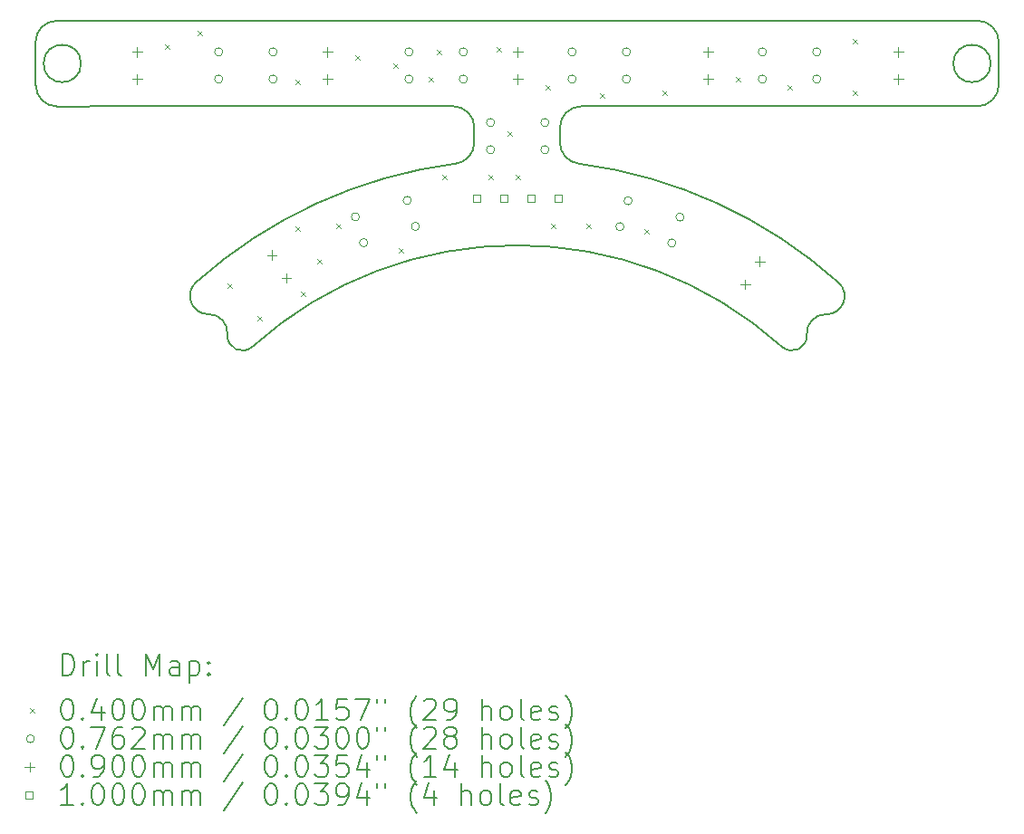
<source format=gbr>
%FSLAX45Y45*%
G04 Gerber Fmt 4.5, Leading zero omitted, Abs format (unit mm)*
G04 Created by KiCad (PCBNEW (6.0.5)) date 2022-10-18 17:21:19*
%MOMM*%
%LPD*%
G01*
G04 APERTURE LIST*
%TA.AperFunction,Profile*%
%ADD10C,0.200000*%
%TD*%
%TA.AperFunction,Profile*%
%ADD11C,0.100050*%
%TD*%
%ADD12C,0.200000*%
%ADD13C,0.040000*%
%ADD14C,0.076200*%
%ADD15C,0.090000*%
%ADD16C,0.100000*%
G04 APERTURE END LIST*
D10*
X12527491Y-12012991D02*
G75*
G03*
X12760610Y-12128778I139509J-11689D01*
G01*
X14660208Y-10416771D02*
G75*
G03*
X14834677Y-10218414I-25528J198361D01*
G01*
X19534677Y-9079958D02*
X10935417Y-9079958D01*
X11159677Y-9479958D02*
G75*
G03*
X11159677Y-9479958I-175000J0D01*
G01*
X12233670Y-11526751D02*
G75*
G03*
X12350027Y-11823405I113370J-126679D01*
G01*
X15634677Y-10218414D02*
X15634677Y-10179958D01*
X11534677Y-9879959D02*
X14634677Y-9879959D01*
X19534677Y-9879957D02*
G75*
G03*
X19734677Y-9679958I3J199997D01*
G01*
X12527491Y-12012990D02*
G75*
G03*
X12350027Y-11823405I-174391J14611D01*
G01*
X15834677Y-9879959D02*
X18910890Y-9879958D01*
X10736898Y-9682902D02*
G75*
G03*
X10937639Y-9882162I200002J742D01*
G01*
X14660209Y-10416776D02*
G75*
G03*
X12233673Y-11526755I574471J-4463184D01*
G01*
D11*
X15239680Y-14879958D02*
G75*
G03*
X15239680Y-14879958I-5003J0D01*
G01*
D10*
X18910890Y-9879958D02*
X19534677Y-9879958D01*
X19734682Y-9279958D02*
G75*
G03*
X19534677Y-9079958I-200002J-2D01*
G01*
X17708370Y-12128437D02*
G75*
G03*
X17941555Y-12013592I93600J104107D01*
G01*
X14834677Y-10079959D02*
X14834677Y-10218414D01*
X19659677Y-9479958D02*
G75*
G03*
X19659677Y-9479958I-175000J0D01*
G01*
X17708368Y-12128440D02*
G75*
G03*
X12760610Y-12128778I-2473691J-2751518D01*
G01*
X10935417Y-9079957D02*
G75*
G03*
X10735418Y-9280697I3J-200003D01*
G01*
X18120263Y-11825223D02*
G75*
G03*
X18237818Y-11528669I4097J169953D01*
G01*
X15634677Y-10179958D02*
X15634677Y-10079959D01*
X14834681Y-10079959D02*
G75*
G03*
X14634677Y-9879959I-200002J-2D01*
G01*
X18237820Y-11528667D02*
G75*
G03*
X15809145Y-10416777I-3003140J-3351293D01*
G01*
X15634676Y-10218414D02*
G75*
G03*
X15809145Y-10416777I200004J4D01*
G01*
X15834677Y-9879957D02*
G75*
G03*
X15634677Y-10079959I3J-200003D01*
G01*
X10735418Y-9280697D02*
X10736903Y-9682902D01*
X19734677Y-9679958D02*
X19734677Y-9279958D01*
X10937639Y-9882162D02*
X11534677Y-9879959D01*
X18120263Y-11825231D02*
G75*
G03*
X17941555Y-12013592I-4233J-174939D01*
G01*
D12*
D13*
X11943400Y-9301800D02*
X11983400Y-9341800D01*
X11983400Y-9301800D02*
X11943400Y-9341800D01*
X12248200Y-9174800D02*
X12288200Y-9214800D01*
X12288200Y-9174800D02*
X12248200Y-9214800D01*
X12527600Y-11537000D02*
X12567600Y-11577000D01*
X12567600Y-11537000D02*
X12527600Y-11577000D01*
X12807000Y-11841800D02*
X12847000Y-11881800D01*
X12847000Y-11841800D02*
X12807000Y-11881800D01*
X13162600Y-9632000D02*
X13202600Y-9672000D01*
X13202600Y-9632000D02*
X13162600Y-9672000D01*
X13162600Y-11003600D02*
X13202600Y-11043600D01*
X13202600Y-11003600D02*
X13162600Y-11043600D01*
X13213400Y-11613200D02*
X13253400Y-11653200D01*
X13253400Y-11613200D02*
X13213400Y-11653200D01*
X13365800Y-11308400D02*
X13405800Y-11348400D01*
X13405800Y-11308400D02*
X13365800Y-11348400D01*
X13543600Y-10978200D02*
X13583600Y-11018200D01*
X13583600Y-10978200D02*
X13543600Y-11018200D01*
X13721400Y-9403400D02*
X13761400Y-9443400D01*
X13761400Y-9403400D02*
X13721400Y-9443400D01*
X14077000Y-9479600D02*
X14117000Y-9519600D01*
X14117000Y-9479600D02*
X14077000Y-9519600D01*
X14127800Y-11206800D02*
X14167800Y-11246800D01*
X14167800Y-11206800D02*
X14127800Y-11246800D01*
X14407200Y-9606600D02*
X14447200Y-9646600D01*
X14447200Y-9606600D02*
X14407200Y-9646600D01*
X14483400Y-9352600D02*
X14523400Y-9392600D01*
X14523400Y-9352600D02*
X14483400Y-9392600D01*
X14534200Y-10521000D02*
X14574200Y-10561000D01*
X14574200Y-10521000D02*
X14534200Y-10561000D01*
X14966000Y-10521000D02*
X15006000Y-10561000D01*
X15006000Y-10521000D02*
X14966000Y-10561000D01*
X15042200Y-9327200D02*
X15082200Y-9367200D01*
X15082200Y-9327200D02*
X15042200Y-9367200D01*
X15143800Y-10114600D02*
X15183800Y-10154600D01*
X15183800Y-10114600D02*
X15143800Y-10154600D01*
X15220000Y-10521000D02*
X15260000Y-10561000D01*
X15260000Y-10521000D02*
X15220000Y-10561000D01*
X15499400Y-9682800D02*
X15539400Y-9722800D01*
X15539400Y-9682800D02*
X15499400Y-9722800D01*
X15550200Y-10978200D02*
X15590200Y-11018200D01*
X15590200Y-10978200D02*
X15550200Y-11018200D01*
X15880400Y-10978200D02*
X15920400Y-11018200D01*
X15920400Y-10978200D02*
X15880400Y-11018200D01*
X16007400Y-9759000D02*
X16047400Y-9799000D01*
X16047400Y-9759000D02*
X16007400Y-9799000D01*
X16426500Y-11029000D02*
X16466500Y-11069000D01*
X16466500Y-11029000D02*
X16426500Y-11069000D01*
X16591600Y-9733600D02*
X16631600Y-9773600D01*
X16631600Y-9733600D02*
X16591600Y-9773600D01*
X17277400Y-9606600D02*
X17317400Y-9646600D01*
X17317400Y-9606600D02*
X17277400Y-9646600D01*
X17760000Y-9682800D02*
X17800000Y-9722800D01*
X17800000Y-9682800D02*
X17760000Y-9722800D01*
X18369600Y-9251000D02*
X18409600Y-9291000D01*
X18409600Y-9251000D02*
X18369600Y-9291000D01*
X18369600Y-9733600D02*
X18409600Y-9773600D01*
X18409600Y-9733600D02*
X18369600Y-9773600D01*
D14*
X12484100Y-9372400D02*
G75*
G03*
X12484100Y-9372400I-38100J0D01*
G01*
X12484100Y-9626400D02*
G75*
G03*
X12484100Y-9626400I-38100J0D01*
G01*
X12992100Y-9372400D02*
G75*
G03*
X12992100Y-9372400I-38100J0D01*
G01*
X12992100Y-9626400D02*
G75*
G03*
X12992100Y-9626400I-38100J0D01*
G01*
X13761351Y-10913306D02*
G75*
G03*
X13761351Y-10913306I-38100J0D01*
G01*
X13837730Y-11155550D02*
G75*
G03*
X13837730Y-11155550I-38100J0D01*
G01*
X14245839Y-10760547D02*
G75*
G03*
X14245839Y-10760547I-38100J0D01*
G01*
X14262100Y-9372400D02*
G75*
G03*
X14262100Y-9372400I-38100J0D01*
G01*
X14262100Y-9626400D02*
G75*
G03*
X14262100Y-9626400I-38100J0D01*
G01*
X14322219Y-11002791D02*
G75*
G03*
X14322219Y-11002791I-38100J0D01*
G01*
X14770100Y-9372400D02*
G75*
G03*
X14770100Y-9372400I-38100J0D01*
G01*
X14770100Y-9626400D02*
G75*
G03*
X14770100Y-9626400I-38100J0D01*
G01*
X15024100Y-10032800D02*
G75*
G03*
X15024100Y-10032800I-38100J0D01*
G01*
X15024100Y-10286800D02*
G75*
G03*
X15024100Y-10286800I-38100J0D01*
G01*
X15532100Y-10032800D02*
G75*
G03*
X15532100Y-10032800I-38100J0D01*
G01*
X15532100Y-10286800D02*
G75*
G03*
X15532100Y-10286800I-38100J0D01*
G01*
X15786100Y-9372400D02*
G75*
G03*
X15786100Y-9372400I-38100J0D01*
G01*
X15786100Y-9626400D02*
G75*
G03*
X15786100Y-9626400I-38100J0D01*
G01*
X16233489Y-11005993D02*
G75*
G03*
X16233489Y-11005993I-38100J0D01*
G01*
X16294100Y-9372400D02*
G75*
G03*
X16294100Y-9372400I-38100J0D01*
G01*
X16294100Y-9626400D02*
G75*
G03*
X16294100Y-9626400I-38100J0D01*
G01*
X16309868Y-10763748D02*
G75*
G03*
X16309868Y-10763748I-38100J0D01*
G01*
X16717977Y-11158751D02*
G75*
G03*
X16717977Y-11158751I-38100J0D01*
G01*
X16794356Y-10916507D02*
G75*
G03*
X16794356Y-10916507I-38100J0D01*
G01*
X17564100Y-9372400D02*
G75*
G03*
X17564100Y-9372400I-38100J0D01*
G01*
X17564100Y-9626400D02*
G75*
G03*
X17564100Y-9626400I-38100J0D01*
G01*
X18072100Y-9372400D02*
G75*
G03*
X18072100Y-9372400I-38100J0D01*
G01*
X18072100Y-9626400D02*
G75*
G03*
X18072100Y-9626400I-38100J0D01*
G01*
D15*
X11684000Y-9328100D02*
X11684000Y-9418100D01*
X11639000Y-9373100D02*
X11729000Y-9373100D01*
X11684000Y-9582100D02*
X11684000Y-9672100D01*
X11639000Y-9627100D02*
X11729000Y-9627100D01*
X12942233Y-11226635D02*
X12942233Y-11316635D01*
X12897233Y-11271635D02*
X12987233Y-11271635D01*
X13078707Y-11440857D02*
X13078707Y-11530857D01*
X13033707Y-11485857D02*
X13123707Y-11485857D01*
X13462000Y-9327600D02*
X13462000Y-9417600D01*
X13417000Y-9372600D02*
X13507000Y-9372600D01*
X13462000Y-9581600D02*
X13462000Y-9671600D01*
X13417000Y-9626600D02*
X13507000Y-9626600D01*
X15240000Y-9328100D02*
X15240000Y-9418100D01*
X15195000Y-9373100D02*
X15285000Y-9373100D01*
X15240000Y-9582100D02*
X15240000Y-9672100D01*
X15195000Y-9627100D02*
X15285000Y-9627100D01*
X17018000Y-9328100D02*
X17018000Y-9418100D01*
X16973000Y-9373100D02*
X17063000Y-9373100D01*
X17018000Y-9582100D02*
X17018000Y-9672100D01*
X16973000Y-9627100D02*
X17063000Y-9627100D01*
X17365507Y-11500132D02*
X17365507Y-11590132D01*
X17320507Y-11545132D02*
X17410507Y-11545132D01*
X17501981Y-11285910D02*
X17501981Y-11375910D01*
X17456981Y-11330910D02*
X17546981Y-11330910D01*
X18796000Y-9328100D02*
X18796000Y-9418100D01*
X18751000Y-9373100D02*
X18841000Y-9373100D01*
X18796000Y-9582100D02*
X18796000Y-9672100D01*
X18751000Y-9627100D02*
X18841000Y-9627100D01*
D16*
X14894356Y-10773856D02*
X14894356Y-10703144D01*
X14823644Y-10703144D01*
X14823644Y-10773856D01*
X14894356Y-10773856D01*
X15148356Y-10773856D02*
X15148356Y-10703144D01*
X15077644Y-10703144D01*
X15077644Y-10773856D01*
X15148356Y-10773856D01*
X15402356Y-10773856D02*
X15402356Y-10703144D01*
X15331644Y-10703144D01*
X15331644Y-10773856D01*
X15402356Y-10773856D01*
X15656356Y-10773856D02*
X15656356Y-10703144D01*
X15585644Y-10703144D01*
X15585644Y-10773856D01*
X15656356Y-10773856D01*
D12*
X10983036Y-15200440D02*
X10983036Y-15000440D01*
X11030655Y-15000440D01*
X11059226Y-15009963D01*
X11078274Y-15029011D01*
X11087798Y-15048059D01*
X11097321Y-15086154D01*
X11097321Y-15114725D01*
X11087798Y-15152821D01*
X11078274Y-15171868D01*
X11059226Y-15190916D01*
X11030655Y-15200440D01*
X10983036Y-15200440D01*
X11183036Y-15200440D02*
X11183036Y-15067106D01*
X11183036Y-15105201D02*
X11192559Y-15086154D01*
X11202083Y-15076630D01*
X11221131Y-15067106D01*
X11240178Y-15067106D01*
X11306845Y-15200440D02*
X11306845Y-15067106D01*
X11306845Y-15000440D02*
X11297321Y-15009963D01*
X11306845Y-15019487D01*
X11316369Y-15009963D01*
X11306845Y-15000440D01*
X11306845Y-15019487D01*
X11430655Y-15200440D02*
X11411607Y-15190916D01*
X11402083Y-15171868D01*
X11402083Y-15000440D01*
X11535417Y-15200440D02*
X11516369Y-15190916D01*
X11506845Y-15171868D01*
X11506845Y-15000440D01*
X11763988Y-15200440D02*
X11763988Y-15000440D01*
X11830655Y-15143297D01*
X11897321Y-15000440D01*
X11897321Y-15200440D01*
X12078274Y-15200440D02*
X12078274Y-15095678D01*
X12068750Y-15076630D01*
X12049702Y-15067106D01*
X12011607Y-15067106D01*
X11992559Y-15076630D01*
X12078274Y-15190916D02*
X12059226Y-15200440D01*
X12011607Y-15200440D01*
X11992559Y-15190916D01*
X11983036Y-15171868D01*
X11983036Y-15152821D01*
X11992559Y-15133773D01*
X12011607Y-15124249D01*
X12059226Y-15124249D01*
X12078274Y-15114725D01*
X12173512Y-15067106D02*
X12173512Y-15267106D01*
X12173512Y-15076630D02*
X12192559Y-15067106D01*
X12230655Y-15067106D01*
X12249702Y-15076630D01*
X12259226Y-15086154D01*
X12268750Y-15105201D01*
X12268750Y-15162344D01*
X12259226Y-15181392D01*
X12249702Y-15190916D01*
X12230655Y-15200440D01*
X12192559Y-15200440D01*
X12173512Y-15190916D01*
X12354464Y-15181392D02*
X12363988Y-15190916D01*
X12354464Y-15200440D01*
X12344940Y-15190916D01*
X12354464Y-15181392D01*
X12354464Y-15200440D01*
X12354464Y-15076630D02*
X12363988Y-15086154D01*
X12354464Y-15095678D01*
X12344940Y-15086154D01*
X12354464Y-15076630D01*
X12354464Y-15095678D01*
D13*
X10685417Y-15509963D02*
X10725417Y-15549963D01*
X10725417Y-15509963D02*
X10685417Y-15549963D01*
D12*
X11021131Y-15420440D02*
X11040179Y-15420440D01*
X11059226Y-15429963D01*
X11068750Y-15439487D01*
X11078274Y-15458535D01*
X11087798Y-15496630D01*
X11087798Y-15544249D01*
X11078274Y-15582344D01*
X11068750Y-15601392D01*
X11059226Y-15610916D01*
X11040179Y-15620440D01*
X11021131Y-15620440D01*
X11002083Y-15610916D01*
X10992559Y-15601392D01*
X10983036Y-15582344D01*
X10973512Y-15544249D01*
X10973512Y-15496630D01*
X10983036Y-15458535D01*
X10992559Y-15439487D01*
X11002083Y-15429963D01*
X11021131Y-15420440D01*
X11173512Y-15601392D02*
X11183036Y-15610916D01*
X11173512Y-15620440D01*
X11163988Y-15610916D01*
X11173512Y-15601392D01*
X11173512Y-15620440D01*
X11354464Y-15487106D02*
X11354464Y-15620440D01*
X11306845Y-15410916D02*
X11259226Y-15553773D01*
X11383036Y-15553773D01*
X11497321Y-15420440D02*
X11516369Y-15420440D01*
X11535417Y-15429963D01*
X11544940Y-15439487D01*
X11554464Y-15458535D01*
X11563988Y-15496630D01*
X11563988Y-15544249D01*
X11554464Y-15582344D01*
X11544940Y-15601392D01*
X11535417Y-15610916D01*
X11516369Y-15620440D01*
X11497321Y-15620440D01*
X11478274Y-15610916D01*
X11468750Y-15601392D01*
X11459226Y-15582344D01*
X11449702Y-15544249D01*
X11449702Y-15496630D01*
X11459226Y-15458535D01*
X11468750Y-15439487D01*
X11478274Y-15429963D01*
X11497321Y-15420440D01*
X11687797Y-15420440D02*
X11706845Y-15420440D01*
X11725893Y-15429963D01*
X11735417Y-15439487D01*
X11744940Y-15458535D01*
X11754464Y-15496630D01*
X11754464Y-15544249D01*
X11744940Y-15582344D01*
X11735417Y-15601392D01*
X11725893Y-15610916D01*
X11706845Y-15620440D01*
X11687797Y-15620440D01*
X11668750Y-15610916D01*
X11659226Y-15601392D01*
X11649702Y-15582344D01*
X11640178Y-15544249D01*
X11640178Y-15496630D01*
X11649702Y-15458535D01*
X11659226Y-15439487D01*
X11668750Y-15429963D01*
X11687797Y-15420440D01*
X11840178Y-15620440D02*
X11840178Y-15487106D01*
X11840178Y-15506154D02*
X11849702Y-15496630D01*
X11868750Y-15487106D01*
X11897321Y-15487106D01*
X11916369Y-15496630D01*
X11925893Y-15515678D01*
X11925893Y-15620440D01*
X11925893Y-15515678D02*
X11935417Y-15496630D01*
X11954464Y-15487106D01*
X11983036Y-15487106D01*
X12002083Y-15496630D01*
X12011607Y-15515678D01*
X12011607Y-15620440D01*
X12106845Y-15620440D02*
X12106845Y-15487106D01*
X12106845Y-15506154D02*
X12116369Y-15496630D01*
X12135417Y-15487106D01*
X12163988Y-15487106D01*
X12183036Y-15496630D01*
X12192559Y-15515678D01*
X12192559Y-15620440D01*
X12192559Y-15515678D02*
X12202083Y-15496630D01*
X12221131Y-15487106D01*
X12249702Y-15487106D01*
X12268750Y-15496630D01*
X12278274Y-15515678D01*
X12278274Y-15620440D01*
X12668750Y-15410916D02*
X12497321Y-15668059D01*
X12925893Y-15420440D02*
X12944940Y-15420440D01*
X12963988Y-15429963D01*
X12973512Y-15439487D01*
X12983036Y-15458535D01*
X12992559Y-15496630D01*
X12992559Y-15544249D01*
X12983036Y-15582344D01*
X12973512Y-15601392D01*
X12963988Y-15610916D01*
X12944940Y-15620440D01*
X12925893Y-15620440D01*
X12906845Y-15610916D01*
X12897321Y-15601392D01*
X12887797Y-15582344D01*
X12878274Y-15544249D01*
X12878274Y-15496630D01*
X12887797Y-15458535D01*
X12897321Y-15439487D01*
X12906845Y-15429963D01*
X12925893Y-15420440D01*
X13078274Y-15601392D02*
X13087797Y-15610916D01*
X13078274Y-15620440D01*
X13068750Y-15610916D01*
X13078274Y-15601392D01*
X13078274Y-15620440D01*
X13211607Y-15420440D02*
X13230655Y-15420440D01*
X13249702Y-15429963D01*
X13259226Y-15439487D01*
X13268750Y-15458535D01*
X13278274Y-15496630D01*
X13278274Y-15544249D01*
X13268750Y-15582344D01*
X13259226Y-15601392D01*
X13249702Y-15610916D01*
X13230655Y-15620440D01*
X13211607Y-15620440D01*
X13192559Y-15610916D01*
X13183036Y-15601392D01*
X13173512Y-15582344D01*
X13163988Y-15544249D01*
X13163988Y-15496630D01*
X13173512Y-15458535D01*
X13183036Y-15439487D01*
X13192559Y-15429963D01*
X13211607Y-15420440D01*
X13468750Y-15620440D02*
X13354464Y-15620440D01*
X13411607Y-15620440D02*
X13411607Y-15420440D01*
X13392559Y-15449011D01*
X13373512Y-15468059D01*
X13354464Y-15477582D01*
X13649702Y-15420440D02*
X13554464Y-15420440D01*
X13544940Y-15515678D01*
X13554464Y-15506154D01*
X13573512Y-15496630D01*
X13621131Y-15496630D01*
X13640178Y-15506154D01*
X13649702Y-15515678D01*
X13659226Y-15534725D01*
X13659226Y-15582344D01*
X13649702Y-15601392D01*
X13640178Y-15610916D01*
X13621131Y-15620440D01*
X13573512Y-15620440D01*
X13554464Y-15610916D01*
X13544940Y-15601392D01*
X13725893Y-15420440D02*
X13859226Y-15420440D01*
X13773512Y-15620440D01*
X13925893Y-15420440D02*
X13925893Y-15458535D01*
X14002083Y-15420440D02*
X14002083Y-15458535D01*
X14297321Y-15696630D02*
X14287797Y-15687106D01*
X14268750Y-15658535D01*
X14259226Y-15639487D01*
X14249702Y-15610916D01*
X14240178Y-15563297D01*
X14240178Y-15525201D01*
X14249702Y-15477582D01*
X14259226Y-15449011D01*
X14268750Y-15429963D01*
X14287797Y-15401392D01*
X14297321Y-15391868D01*
X14363988Y-15439487D02*
X14373512Y-15429963D01*
X14392559Y-15420440D01*
X14440178Y-15420440D01*
X14459226Y-15429963D01*
X14468750Y-15439487D01*
X14478274Y-15458535D01*
X14478274Y-15477582D01*
X14468750Y-15506154D01*
X14354464Y-15620440D01*
X14478274Y-15620440D01*
X14573512Y-15620440D02*
X14611607Y-15620440D01*
X14630655Y-15610916D01*
X14640178Y-15601392D01*
X14659226Y-15572821D01*
X14668750Y-15534725D01*
X14668750Y-15458535D01*
X14659226Y-15439487D01*
X14649702Y-15429963D01*
X14630655Y-15420440D01*
X14592559Y-15420440D01*
X14573512Y-15429963D01*
X14563988Y-15439487D01*
X14554464Y-15458535D01*
X14554464Y-15506154D01*
X14563988Y-15525201D01*
X14573512Y-15534725D01*
X14592559Y-15544249D01*
X14630655Y-15544249D01*
X14649702Y-15534725D01*
X14659226Y-15525201D01*
X14668750Y-15506154D01*
X14906845Y-15620440D02*
X14906845Y-15420440D01*
X14992559Y-15620440D02*
X14992559Y-15515678D01*
X14983036Y-15496630D01*
X14963988Y-15487106D01*
X14935416Y-15487106D01*
X14916369Y-15496630D01*
X14906845Y-15506154D01*
X15116369Y-15620440D02*
X15097321Y-15610916D01*
X15087797Y-15601392D01*
X15078274Y-15582344D01*
X15078274Y-15525201D01*
X15087797Y-15506154D01*
X15097321Y-15496630D01*
X15116369Y-15487106D01*
X15144940Y-15487106D01*
X15163988Y-15496630D01*
X15173512Y-15506154D01*
X15183036Y-15525201D01*
X15183036Y-15582344D01*
X15173512Y-15601392D01*
X15163988Y-15610916D01*
X15144940Y-15620440D01*
X15116369Y-15620440D01*
X15297321Y-15620440D02*
X15278274Y-15610916D01*
X15268750Y-15591868D01*
X15268750Y-15420440D01*
X15449702Y-15610916D02*
X15430655Y-15620440D01*
X15392559Y-15620440D01*
X15373512Y-15610916D01*
X15363988Y-15591868D01*
X15363988Y-15515678D01*
X15373512Y-15496630D01*
X15392559Y-15487106D01*
X15430655Y-15487106D01*
X15449702Y-15496630D01*
X15459226Y-15515678D01*
X15459226Y-15534725D01*
X15363988Y-15553773D01*
X15535416Y-15610916D02*
X15554464Y-15620440D01*
X15592559Y-15620440D01*
X15611607Y-15610916D01*
X15621131Y-15591868D01*
X15621131Y-15582344D01*
X15611607Y-15563297D01*
X15592559Y-15553773D01*
X15563988Y-15553773D01*
X15544940Y-15544249D01*
X15535416Y-15525201D01*
X15535416Y-15515678D01*
X15544940Y-15496630D01*
X15563988Y-15487106D01*
X15592559Y-15487106D01*
X15611607Y-15496630D01*
X15687797Y-15696630D02*
X15697321Y-15687106D01*
X15716369Y-15658535D01*
X15725893Y-15639487D01*
X15735416Y-15610916D01*
X15744940Y-15563297D01*
X15744940Y-15525201D01*
X15735416Y-15477582D01*
X15725893Y-15449011D01*
X15716369Y-15429963D01*
X15697321Y-15401392D01*
X15687797Y-15391868D01*
D14*
X10725417Y-15793963D02*
G75*
G03*
X10725417Y-15793963I-38100J0D01*
G01*
D12*
X11021131Y-15684440D02*
X11040179Y-15684440D01*
X11059226Y-15693963D01*
X11068750Y-15703487D01*
X11078274Y-15722535D01*
X11087798Y-15760630D01*
X11087798Y-15808249D01*
X11078274Y-15846344D01*
X11068750Y-15865392D01*
X11059226Y-15874916D01*
X11040179Y-15884440D01*
X11021131Y-15884440D01*
X11002083Y-15874916D01*
X10992559Y-15865392D01*
X10983036Y-15846344D01*
X10973512Y-15808249D01*
X10973512Y-15760630D01*
X10983036Y-15722535D01*
X10992559Y-15703487D01*
X11002083Y-15693963D01*
X11021131Y-15684440D01*
X11173512Y-15865392D02*
X11183036Y-15874916D01*
X11173512Y-15884440D01*
X11163988Y-15874916D01*
X11173512Y-15865392D01*
X11173512Y-15884440D01*
X11249702Y-15684440D02*
X11383036Y-15684440D01*
X11297321Y-15884440D01*
X11544940Y-15684440D02*
X11506845Y-15684440D01*
X11487797Y-15693963D01*
X11478274Y-15703487D01*
X11459226Y-15732059D01*
X11449702Y-15770154D01*
X11449702Y-15846344D01*
X11459226Y-15865392D01*
X11468750Y-15874916D01*
X11487797Y-15884440D01*
X11525893Y-15884440D01*
X11544940Y-15874916D01*
X11554464Y-15865392D01*
X11563988Y-15846344D01*
X11563988Y-15798725D01*
X11554464Y-15779678D01*
X11544940Y-15770154D01*
X11525893Y-15760630D01*
X11487797Y-15760630D01*
X11468750Y-15770154D01*
X11459226Y-15779678D01*
X11449702Y-15798725D01*
X11640178Y-15703487D02*
X11649702Y-15693963D01*
X11668750Y-15684440D01*
X11716369Y-15684440D01*
X11735417Y-15693963D01*
X11744940Y-15703487D01*
X11754464Y-15722535D01*
X11754464Y-15741582D01*
X11744940Y-15770154D01*
X11630655Y-15884440D01*
X11754464Y-15884440D01*
X11840178Y-15884440D02*
X11840178Y-15751106D01*
X11840178Y-15770154D02*
X11849702Y-15760630D01*
X11868750Y-15751106D01*
X11897321Y-15751106D01*
X11916369Y-15760630D01*
X11925893Y-15779678D01*
X11925893Y-15884440D01*
X11925893Y-15779678D02*
X11935417Y-15760630D01*
X11954464Y-15751106D01*
X11983036Y-15751106D01*
X12002083Y-15760630D01*
X12011607Y-15779678D01*
X12011607Y-15884440D01*
X12106845Y-15884440D02*
X12106845Y-15751106D01*
X12106845Y-15770154D02*
X12116369Y-15760630D01*
X12135417Y-15751106D01*
X12163988Y-15751106D01*
X12183036Y-15760630D01*
X12192559Y-15779678D01*
X12192559Y-15884440D01*
X12192559Y-15779678D02*
X12202083Y-15760630D01*
X12221131Y-15751106D01*
X12249702Y-15751106D01*
X12268750Y-15760630D01*
X12278274Y-15779678D01*
X12278274Y-15884440D01*
X12668750Y-15674916D02*
X12497321Y-15932059D01*
X12925893Y-15684440D02*
X12944940Y-15684440D01*
X12963988Y-15693963D01*
X12973512Y-15703487D01*
X12983036Y-15722535D01*
X12992559Y-15760630D01*
X12992559Y-15808249D01*
X12983036Y-15846344D01*
X12973512Y-15865392D01*
X12963988Y-15874916D01*
X12944940Y-15884440D01*
X12925893Y-15884440D01*
X12906845Y-15874916D01*
X12897321Y-15865392D01*
X12887797Y-15846344D01*
X12878274Y-15808249D01*
X12878274Y-15760630D01*
X12887797Y-15722535D01*
X12897321Y-15703487D01*
X12906845Y-15693963D01*
X12925893Y-15684440D01*
X13078274Y-15865392D02*
X13087797Y-15874916D01*
X13078274Y-15884440D01*
X13068750Y-15874916D01*
X13078274Y-15865392D01*
X13078274Y-15884440D01*
X13211607Y-15684440D02*
X13230655Y-15684440D01*
X13249702Y-15693963D01*
X13259226Y-15703487D01*
X13268750Y-15722535D01*
X13278274Y-15760630D01*
X13278274Y-15808249D01*
X13268750Y-15846344D01*
X13259226Y-15865392D01*
X13249702Y-15874916D01*
X13230655Y-15884440D01*
X13211607Y-15884440D01*
X13192559Y-15874916D01*
X13183036Y-15865392D01*
X13173512Y-15846344D01*
X13163988Y-15808249D01*
X13163988Y-15760630D01*
X13173512Y-15722535D01*
X13183036Y-15703487D01*
X13192559Y-15693963D01*
X13211607Y-15684440D01*
X13344940Y-15684440D02*
X13468750Y-15684440D01*
X13402083Y-15760630D01*
X13430655Y-15760630D01*
X13449702Y-15770154D01*
X13459226Y-15779678D01*
X13468750Y-15798725D01*
X13468750Y-15846344D01*
X13459226Y-15865392D01*
X13449702Y-15874916D01*
X13430655Y-15884440D01*
X13373512Y-15884440D01*
X13354464Y-15874916D01*
X13344940Y-15865392D01*
X13592559Y-15684440D02*
X13611607Y-15684440D01*
X13630655Y-15693963D01*
X13640178Y-15703487D01*
X13649702Y-15722535D01*
X13659226Y-15760630D01*
X13659226Y-15808249D01*
X13649702Y-15846344D01*
X13640178Y-15865392D01*
X13630655Y-15874916D01*
X13611607Y-15884440D01*
X13592559Y-15884440D01*
X13573512Y-15874916D01*
X13563988Y-15865392D01*
X13554464Y-15846344D01*
X13544940Y-15808249D01*
X13544940Y-15760630D01*
X13554464Y-15722535D01*
X13563988Y-15703487D01*
X13573512Y-15693963D01*
X13592559Y-15684440D01*
X13783036Y-15684440D02*
X13802083Y-15684440D01*
X13821131Y-15693963D01*
X13830655Y-15703487D01*
X13840178Y-15722535D01*
X13849702Y-15760630D01*
X13849702Y-15808249D01*
X13840178Y-15846344D01*
X13830655Y-15865392D01*
X13821131Y-15874916D01*
X13802083Y-15884440D01*
X13783036Y-15884440D01*
X13763988Y-15874916D01*
X13754464Y-15865392D01*
X13744940Y-15846344D01*
X13735417Y-15808249D01*
X13735417Y-15760630D01*
X13744940Y-15722535D01*
X13754464Y-15703487D01*
X13763988Y-15693963D01*
X13783036Y-15684440D01*
X13925893Y-15684440D02*
X13925893Y-15722535D01*
X14002083Y-15684440D02*
X14002083Y-15722535D01*
X14297321Y-15960630D02*
X14287797Y-15951106D01*
X14268750Y-15922535D01*
X14259226Y-15903487D01*
X14249702Y-15874916D01*
X14240178Y-15827297D01*
X14240178Y-15789201D01*
X14249702Y-15741582D01*
X14259226Y-15713011D01*
X14268750Y-15693963D01*
X14287797Y-15665392D01*
X14297321Y-15655868D01*
X14363988Y-15703487D02*
X14373512Y-15693963D01*
X14392559Y-15684440D01*
X14440178Y-15684440D01*
X14459226Y-15693963D01*
X14468750Y-15703487D01*
X14478274Y-15722535D01*
X14478274Y-15741582D01*
X14468750Y-15770154D01*
X14354464Y-15884440D01*
X14478274Y-15884440D01*
X14592559Y-15770154D02*
X14573512Y-15760630D01*
X14563988Y-15751106D01*
X14554464Y-15732059D01*
X14554464Y-15722535D01*
X14563988Y-15703487D01*
X14573512Y-15693963D01*
X14592559Y-15684440D01*
X14630655Y-15684440D01*
X14649702Y-15693963D01*
X14659226Y-15703487D01*
X14668750Y-15722535D01*
X14668750Y-15732059D01*
X14659226Y-15751106D01*
X14649702Y-15760630D01*
X14630655Y-15770154D01*
X14592559Y-15770154D01*
X14573512Y-15779678D01*
X14563988Y-15789201D01*
X14554464Y-15808249D01*
X14554464Y-15846344D01*
X14563988Y-15865392D01*
X14573512Y-15874916D01*
X14592559Y-15884440D01*
X14630655Y-15884440D01*
X14649702Y-15874916D01*
X14659226Y-15865392D01*
X14668750Y-15846344D01*
X14668750Y-15808249D01*
X14659226Y-15789201D01*
X14649702Y-15779678D01*
X14630655Y-15770154D01*
X14906845Y-15884440D02*
X14906845Y-15684440D01*
X14992559Y-15884440D02*
X14992559Y-15779678D01*
X14983036Y-15760630D01*
X14963988Y-15751106D01*
X14935416Y-15751106D01*
X14916369Y-15760630D01*
X14906845Y-15770154D01*
X15116369Y-15884440D02*
X15097321Y-15874916D01*
X15087797Y-15865392D01*
X15078274Y-15846344D01*
X15078274Y-15789201D01*
X15087797Y-15770154D01*
X15097321Y-15760630D01*
X15116369Y-15751106D01*
X15144940Y-15751106D01*
X15163988Y-15760630D01*
X15173512Y-15770154D01*
X15183036Y-15789201D01*
X15183036Y-15846344D01*
X15173512Y-15865392D01*
X15163988Y-15874916D01*
X15144940Y-15884440D01*
X15116369Y-15884440D01*
X15297321Y-15884440D02*
X15278274Y-15874916D01*
X15268750Y-15855868D01*
X15268750Y-15684440D01*
X15449702Y-15874916D02*
X15430655Y-15884440D01*
X15392559Y-15884440D01*
X15373512Y-15874916D01*
X15363988Y-15855868D01*
X15363988Y-15779678D01*
X15373512Y-15760630D01*
X15392559Y-15751106D01*
X15430655Y-15751106D01*
X15449702Y-15760630D01*
X15459226Y-15779678D01*
X15459226Y-15798725D01*
X15363988Y-15817773D01*
X15535416Y-15874916D02*
X15554464Y-15884440D01*
X15592559Y-15884440D01*
X15611607Y-15874916D01*
X15621131Y-15855868D01*
X15621131Y-15846344D01*
X15611607Y-15827297D01*
X15592559Y-15817773D01*
X15563988Y-15817773D01*
X15544940Y-15808249D01*
X15535416Y-15789201D01*
X15535416Y-15779678D01*
X15544940Y-15760630D01*
X15563988Y-15751106D01*
X15592559Y-15751106D01*
X15611607Y-15760630D01*
X15687797Y-15960630D02*
X15697321Y-15951106D01*
X15716369Y-15922535D01*
X15725893Y-15903487D01*
X15735416Y-15874916D01*
X15744940Y-15827297D01*
X15744940Y-15789201D01*
X15735416Y-15741582D01*
X15725893Y-15713011D01*
X15716369Y-15693963D01*
X15697321Y-15665392D01*
X15687797Y-15655868D01*
D15*
X10680417Y-16012963D02*
X10680417Y-16102963D01*
X10635417Y-16057963D02*
X10725417Y-16057963D01*
D12*
X11021131Y-15948440D02*
X11040179Y-15948440D01*
X11059226Y-15957963D01*
X11068750Y-15967487D01*
X11078274Y-15986535D01*
X11087798Y-16024630D01*
X11087798Y-16072249D01*
X11078274Y-16110344D01*
X11068750Y-16129392D01*
X11059226Y-16138916D01*
X11040179Y-16148440D01*
X11021131Y-16148440D01*
X11002083Y-16138916D01*
X10992559Y-16129392D01*
X10983036Y-16110344D01*
X10973512Y-16072249D01*
X10973512Y-16024630D01*
X10983036Y-15986535D01*
X10992559Y-15967487D01*
X11002083Y-15957963D01*
X11021131Y-15948440D01*
X11173512Y-16129392D02*
X11183036Y-16138916D01*
X11173512Y-16148440D01*
X11163988Y-16138916D01*
X11173512Y-16129392D01*
X11173512Y-16148440D01*
X11278274Y-16148440D02*
X11316369Y-16148440D01*
X11335417Y-16138916D01*
X11344940Y-16129392D01*
X11363988Y-16100821D01*
X11373512Y-16062725D01*
X11373512Y-15986535D01*
X11363988Y-15967487D01*
X11354464Y-15957963D01*
X11335417Y-15948440D01*
X11297321Y-15948440D01*
X11278274Y-15957963D01*
X11268750Y-15967487D01*
X11259226Y-15986535D01*
X11259226Y-16034154D01*
X11268750Y-16053201D01*
X11278274Y-16062725D01*
X11297321Y-16072249D01*
X11335417Y-16072249D01*
X11354464Y-16062725D01*
X11363988Y-16053201D01*
X11373512Y-16034154D01*
X11497321Y-15948440D02*
X11516369Y-15948440D01*
X11535417Y-15957963D01*
X11544940Y-15967487D01*
X11554464Y-15986535D01*
X11563988Y-16024630D01*
X11563988Y-16072249D01*
X11554464Y-16110344D01*
X11544940Y-16129392D01*
X11535417Y-16138916D01*
X11516369Y-16148440D01*
X11497321Y-16148440D01*
X11478274Y-16138916D01*
X11468750Y-16129392D01*
X11459226Y-16110344D01*
X11449702Y-16072249D01*
X11449702Y-16024630D01*
X11459226Y-15986535D01*
X11468750Y-15967487D01*
X11478274Y-15957963D01*
X11497321Y-15948440D01*
X11687797Y-15948440D02*
X11706845Y-15948440D01*
X11725893Y-15957963D01*
X11735417Y-15967487D01*
X11744940Y-15986535D01*
X11754464Y-16024630D01*
X11754464Y-16072249D01*
X11744940Y-16110344D01*
X11735417Y-16129392D01*
X11725893Y-16138916D01*
X11706845Y-16148440D01*
X11687797Y-16148440D01*
X11668750Y-16138916D01*
X11659226Y-16129392D01*
X11649702Y-16110344D01*
X11640178Y-16072249D01*
X11640178Y-16024630D01*
X11649702Y-15986535D01*
X11659226Y-15967487D01*
X11668750Y-15957963D01*
X11687797Y-15948440D01*
X11840178Y-16148440D02*
X11840178Y-16015106D01*
X11840178Y-16034154D02*
X11849702Y-16024630D01*
X11868750Y-16015106D01*
X11897321Y-16015106D01*
X11916369Y-16024630D01*
X11925893Y-16043678D01*
X11925893Y-16148440D01*
X11925893Y-16043678D02*
X11935417Y-16024630D01*
X11954464Y-16015106D01*
X11983036Y-16015106D01*
X12002083Y-16024630D01*
X12011607Y-16043678D01*
X12011607Y-16148440D01*
X12106845Y-16148440D02*
X12106845Y-16015106D01*
X12106845Y-16034154D02*
X12116369Y-16024630D01*
X12135417Y-16015106D01*
X12163988Y-16015106D01*
X12183036Y-16024630D01*
X12192559Y-16043678D01*
X12192559Y-16148440D01*
X12192559Y-16043678D02*
X12202083Y-16024630D01*
X12221131Y-16015106D01*
X12249702Y-16015106D01*
X12268750Y-16024630D01*
X12278274Y-16043678D01*
X12278274Y-16148440D01*
X12668750Y-15938916D02*
X12497321Y-16196059D01*
X12925893Y-15948440D02*
X12944940Y-15948440D01*
X12963988Y-15957963D01*
X12973512Y-15967487D01*
X12983036Y-15986535D01*
X12992559Y-16024630D01*
X12992559Y-16072249D01*
X12983036Y-16110344D01*
X12973512Y-16129392D01*
X12963988Y-16138916D01*
X12944940Y-16148440D01*
X12925893Y-16148440D01*
X12906845Y-16138916D01*
X12897321Y-16129392D01*
X12887797Y-16110344D01*
X12878274Y-16072249D01*
X12878274Y-16024630D01*
X12887797Y-15986535D01*
X12897321Y-15967487D01*
X12906845Y-15957963D01*
X12925893Y-15948440D01*
X13078274Y-16129392D02*
X13087797Y-16138916D01*
X13078274Y-16148440D01*
X13068750Y-16138916D01*
X13078274Y-16129392D01*
X13078274Y-16148440D01*
X13211607Y-15948440D02*
X13230655Y-15948440D01*
X13249702Y-15957963D01*
X13259226Y-15967487D01*
X13268750Y-15986535D01*
X13278274Y-16024630D01*
X13278274Y-16072249D01*
X13268750Y-16110344D01*
X13259226Y-16129392D01*
X13249702Y-16138916D01*
X13230655Y-16148440D01*
X13211607Y-16148440D01*
X13192559Y-16138916D01*
X13183036Y-16129392D01*
X13173512Y-16110344D01*
X13163988Y-16072249D01*
X13163988Y-16024630D01*
X13173512Y-15986535D01*
X13183036Y-15967487D01*
X13192559Y-15957963D01*
X13211607Y-15948440D01*
X13344940Y-15948440D02*
X13468750Y-15948440D01*
X13402083Y-16024630D01*
X13430655Y-16024630D01*
X13449702Y-16034154D01*
X13459226Y-16043678D01*
X13468750Y-16062725D01*
X13468750Y-16110344D01*
X13459226Y-16129392D01*
X13449702Y-16138916D01*
X13430655Y-16148440D01*
X13373512Y-16148440D01*
X13354464Y-16138916D01*
X13344940Y-16129392D01*
X13649702Y-15948440D02*
X13554464Y-15948440D01*
X13544940Y-16043678D01*
X13554464Y-16034154D01*
X13573512Y-16024630D01*
X13621131Y-16024630D01*
X13640178Y-16034154D01*
X13649702Y-16043678D01*
X13659226Y-16062725D01*
X13659226Y-16110344D01*
X13649702Y-16129392D01*
X13640178Y-16138916D01*
X13621131Y-16148440D01*
X13573512Y-16148440D01*
X13554464Y-16138916D01*
X13544940Y-16129392D01*
X13830655Y-16015106D02*
X13830655Y-16148440D01*
X13783036Y-15938916D02*
X13735417Y-16081773D01*
X13859226Y-16081773D01*
X13925893Y-15948440D02*
X13925893Y-15986535D01*
X14002083Y-15948440D02*
X14002083Y-15986535D01*
X14297321Y-16224630D02*
X14287797Y-16215106D01*
X14268750Y-16186535D01*
X14259226Y-16167487D01*
X14249702Y-16138916D01*
X14240178Y-16091297D01*
X14240178Y-16053201D01*
X14249702Y-16005582D01*
X14259226Y-15977011D01*
X14268750Y-15957963D01*
X14287797Y-15929392D01*
X14297321Y-15919868D01*
X14478274Y-16148440D02*
X14363988Y-16148440D01*
X14421131Y-16148440D02*
X14421131Y-15948440D01*
X14402083Y-15977011D01*
X14383036Y-15996059D01*
X14363988Y-16005582D01*
X14649702Y-16015106D02*
X14649702Y-16148440D01*
X14602083Y-15938916D02*
X14554464Y-16081773D01*
X14678274Y-16081773D01*
X14906845Y-16148440D02*
X14906845Y-15948440D01*
X14992559Y-16148440D02*
X14992559Y-16043678D01*
X14983036Y-16024630D01*
X14963988Y-16015106D01*
X14935416Y-16015106D01*
X14916369Y-16024630D01*
X14906845Y-16034154D01*
X15116369Y-16148440D02*
X15097321Y-16138916D01*
X15087797Y-16129392D01*
X15078274Y-16110344D01*
X15078274Y-16053201D01*
X15087797Y-16034154D01*
X15097321Y-16024630D01*
X15116369Y-16015106D01*
X15144940Y-16015106D01*
X15163988Y-16024630D01*
X15173512Y-16034154D01*
X15183036Y-16053201D01*
X15183036Y-16110344D01*
X15173512Y-16129392D01*
X15163988Y-16138916D01*
X15144940Y-16148440D01*
X15116369Y-16148440D01*
X15297321Y-16148440D02*
X15278274Y-16138916D01*
X15268750Y-16119868D01*
X15268750Y-15948440D01*
X15449702Y-16138916D02*
X15430655Y-16148440D01*
X15392559Y-16148440D01*
X15373512Y-16138916D01*
X15363988Y-16119868D01*
X15363988Y-16043678D01*
X15373512Y-16024630D01*
X15392559Y-16015106D01*
X15430655Y-16015106D01*
X15449702Y-16024630D01*
X15459226Y-16043678D01*
X15459226Y-16062725D01*
X15363988Y-16081773D01*
X15535416Y-16138916D02*
X15554464Y-16148440D01*
X15592559Y-16148440D01*
X15611607Y-16138916D01*
X15621131Y-16119868D01*
X15621131Y-16110344D01*
X15611607Y-16091297D01*
X15592559Y-16081773D01*
X15563988Y-16081773D01*
X15544940Y-16072249D01*
X15535416Y-16053201D01*
X15535416Y-16043678D01*
X15544940Y-16024630D01*
X15563988Y-16015106D01*
X15592559Y-16015106D01*
X15611607Y-16024630D01*
X15687797Y-16224630D02*
X15697321Y-16215106D01*
X15716369Y-16186535D01*
X15725893Y-16167487D01*
X15735416Y-16138916D01*
X15744940Y-16091297D01*
X15744940Y-16053201D01*
X15735416Y-16005582D01*
X15725893Y-15977011D01*
X15716369Y-15957963D01*
X15697321Y-15929392D01*
X15687797Y-15919868D01*
D16*
X10710772Y-16357319D02*
X10710772Y-16286608D01*
X10640061Y-16286608D01*
X10640061Y-16357319D01*
X10710772Y-16357319D01*
D12*
X11087798Y-16412440D02*
X10973512Y-16412440D01*
X11030655Y-16412440D02*
X11030655Y-16212440D01*
X11011607Y-16241011D01*
X10992559Y-16260059D01*
X10973512Y-16269582D01*
X11173512Y-16393392D02*
X11183036Y-16402916D01*
X11173512Y-16412440D01*
X11163988Y-16402916D01*
X11173512Y-16393392D01*
X11173512Y-16412440D01*
X11306845Y-16212440D02*
X11325893Y-16212440D01*
X11344940Y-16221963D01*
X11354464Y-16231487D01*
X11363988Y-16250535D01*
X11373512Y-16288630D01*
X11373512Y-16336249D01*
X11363988Y-16374344D01*
X11354464Y-16393392D01*
X11344940Y-16402916D01*
X11325893Y-16412440D01*
X11306845Y-16412440D01*
X11287797Y-16402916D01*
X11278274Y-16393392D01*
X11268750Y-16374344D01*
X11259226Y-16336249D01*
X11259226Y-16288630D01*
X11268750Y-16250535D01*
X11278274Y-16231487D01*
X11287797Y-16221963D01*
X11306845Y-16212440D01*
X11497321Y-16212440D02*
X11516369Y-16212440D01*
X11535417Y-16221963D01*
X11544940Y-16231487D01*
X11554464Y-16250535D01*
X11563988Y-16288630D01*
X11563988Y-16336249D01*
X11554464Y-16374344D01*
X11544940Y-16393392D01*
X11535417Y-16402916D01*
X11516369Y-16412440D01*
X11497321Y-16412440D01*
X11478274Y-16402916D01*
X11468750Y-16393392D01*
X11459226Y-16374344D01*
X11449702Y-16336249D01*
X11449702Y-16288630D01*
X11459226Y-16250535D01*
X11468750Y-16231487D01*
X11478274Y-16221963D01*
X11497321Y-16212440D01*
X11687797Y-16212440D02*
X11706845Y-16212440D01*
X11725893Y-16221963D01*
X11735417Y-16231487D01*
X11744940Y-16250535D01*
X11754464Y-16288630D01*
X11754464Y-16336249D01*
X11744940Y-16374344D01*
X11735417Y-16393392D01*
X11725893Y-16402916D01*
X11706845Y-16412440D01*
X11687797Y-16412440D01*
X11668750Y-16402916D01*
X11659226Y-16393392D01*
X11649702Y-16374344D01*
X11640178Y-16336249D01*
X11640178Y-16288630D01*
X11649702Y-16250535D01*
X11659226Y-16231487D01*
X11668750Y-16221963D01*
X11687797Y-16212440D01*
X11840178Y-16412440D02*
X11840178Y-16279106D01*
X11840178Y-16298154D02*
X11849702Y-16288630D01*
X11868750Y-16279106D01*
X11897321Y-16279106D01*
X11916369Y-16288630D01*
X11925893Y-16307678D01*
X11925893Y-16412440D01*
X11925893Y-16307678D02*
X11935417Y-16288630D01*
X11954464Y-16279106D01*
X11983036Y-16279106D01*
X12002083Y-16288630D01*
X12011607Y-16307678D01*
X12011607Y-16412440D01*
X12106845Y-16412440D02*
X12106845Y-16279106D01*
X12106845Y-16298154D02*
X12116369Y-16288630D01*
X12135417Y-16279106D01*
X12163988Y-16279106D01*
X12183036Y-16288630D01*
X12192559Y-16307678D01*
X12192559Y-16412440D01*
X12192559Y-16307678D02*
X12202083Y-16288630D01*
X12221131Y-16279106D01*
X12249702Y-16279106D01*
X12268750Y-16288630D01*
X12278274Y-16307678D01*
X12278274Y-16412440D01*
X12668750Y-16202916D02*
X12497321Y-16460059D01*
X12925893Y-16212440D02*
X12944940Y-16212440D01*
X12963988Y-16221963D01*
X12973512Y-16231487D01*
X12983036Y-16250535D01*
X12992559Y-16288630D01*
X12992559Y-16336249D01*
X12983036Y-16374344D01*
X12973512Y-16393392D01*
X12963988Y-16402916D01*
X12944940Y-16412440D01*
X12925893Y-16412440D01*
X12906845Y-16402916D01*
X12897321Y-16393392D01*
X12887797Y-16374344D01*
X12878274Y-16336249D01*
X12878274Y-16288630D01*
X12887797Y-16250535D01*
X12897321Y-16231487D01*
X12906845Y-16221963D01*
X12925893Y-16212440D01*
X13078274Y-16393392D02*
X13087797Y-16402916D01*
X13078274Y-16412440D01*
X13068750Y-16402916D01*
X13078274Y-16393392D01*
X13078274Y-16412440D01*
X13211607Y-16212440D02*
X13230655Y-16212440D01*
X13249702Y-16221963D01*
X13259226Y-16231487D01*
X13268750Y-16250535D01*
X13278274Y-16288630D01*
X13278274Y-16336249D01*
X13268750Y-16374344D01*
X13259226Y-16393392D01*
X13249702Y-16402916D01*
X13230655Y-16412440D01*
X13211607Y-16412440D01*
X13192559Y-16402916D01*
X13183036Y-16393392D01*
X13173512Y-16374344D01*
X13163988Y-16336249D01*
X13163988Y-16288630D01*
X13173512Y-16250535D01*
X13183036Y-16231487D01*
X13192559Y-16221963D01*
X13211607Y-16212440D01*
X13344940Y-16212440D02*
X13468750Y-16212440D01*
X13402083Y-16288630D01*
X13430655Y-16288630D01*
X13449702Y-16298154D01*
X13459226Y-16307678D01*
X13468750Y-16326725D01*
X13468750Y-16374344D01*
X13459226Y-16393392D01*
X13449702Y-16402916D01*
X13430655Y-16412440D01*
X13373512Y-16412440D01*
X13354464Y-16402916D01*
X13344940Y-16393392D01*
X13563988Y-16412440D02*
X13602083Y-16412440D01*
X13621131Y-16402916D01*
X13630655Y-16393392D01*
X13649702Y-16364821D01*
X13659226Y-16326725D01*
X13659226Y-16250535D01*
X13649702Y-16231487D01*
X13640178Y-16221963D01*
X13621131Y-16212440D01*
X13583036Y-16212440D01*
X13563988Y-16221963D01*
X13554464Y-16231487D01*
X13544940Y-16250535D01*
X13544940Y-16298154D01*
X13554464Y-16317201D01*
X13563988Y-16326725D01*
X13583036Y-16336249D01*
X13621131Y-16336249D01*
X13640178Y-16326725D01*
X13649702Y-16317201D01*
X13659226Y-16298154D01*
X13830655Y-16279106D02*
X13830655Y-16412440D01*
X13783036Y-16202916D02*
X13735417Y-16345773D01*
X13859226Y-16345773D01*
X13925893Y-16212440D02*
X13925893Y-16250535D01*
X14002083Y-16212440D02*
X14002083Y-16250535D01*
X14297321Y-16488630D02*
X14287797Y-16479106D01*
X14268750Y-16450535D01*
X14259226Y-16431487D01*
X14249702Y-16402916D01*
X14240178Y-16355297D01*
X14240178Y-16317201D01*
X14249702Y-16269582D01*
X14259226Y-16241011D01*
X14268750Y-16221963D01*
X14287797Y-16193392D01*
X14297321Y-16183868D01*
X14459226Y-16279106D02*
X14459226Y-16412440D01*
X14411607Y-16202916D02*
X14363988Y-16345773D01*
X14487797Y-16345773D01*
X14716369Y-16412440D02*
X14716369Y-16212440D01*
X14802083Y-16412440D02*
X14802083Y-16307678D01*
X14792559Y-16288630D01*
X14773512Y-16279106D01*
X14744940Y-16279106D01*
X14725893Y-16288630D01*
X14716369Y-16298154D01*
X14925893Y-16412440D02*
X14906845Y-16402916D01*
X14897321Y-16393392D01*
X14887797Y-16374344D01*
X14887797Y-16317201D01*
X14897321Y-16298154D01*
X14906845Y-16288630D01*
X14925893Y-16279106D01*
X14954464Y-16279106D01*
X14973512Y-16288630D01*
X14983036Y-16298154D01*
X14992559Y-16317201D01*
X14992559Y-16374344D01*
X14983036Y-16393392D01*
X14973512Y-16402916D01*
X14954464Y-16412440D01*
X14925893Y-16412440D01*
X15106845Y-16412440D02*
X15087797Y-16402916D01*
X15078274Y-16383868D01*
X15078274Y-16212440D01*
X15259226Y-16402916D02*
X15240178Y-16412440D01*
X15202083Y-16412440D01*
X15183036Y-16402916D01*
X15173512Y-16383868D01*
X15173512Y-16307678D01*
X15183036Y-16288630D01*
X15202083Y-16279106D01*
X15240178Y-16279106D01*
X15259226Y-16288630D01*
X15268750Y-16307678D01*
X15268750Y-16326725D01*
X15173512Y-16345773D01*
X15344940Y-16402916D02*
X15363988Y-16412440D01*
X15402083Y-16412440D01*
X15421131Y-16402916D01*
X15430655Y-16383868D01*
X15430655Y-16374344D01*
X15421131Y-16355297D01*
X15402083Y-16345773D01*
X15373512Y-16345773D01*
X15354464Y-16336249D01*
X15344940Y-16317201D01*
X15344940Y-16307678D01*
X15354464Y-16288630D01*
X15373512Y-16279106D01*
X15402083Y-16279106D01*
X15421131Y-16288630D01*
X15497321Y-16488630D02*
X15506845Y-16479106D01*
X15525893Y-16450535D01*
X15535416Y-16431487D01*
X15544940Y-16402916D01*
X15554464Y-16355297D01*
X15554464Y-16317201D01*
X15544940Y-16269582D01*
X15535416Y-16241011D01*
X15525893Y-16221963D01*
X15506845Y-16193392D01*
X15497321Y-16183868D01*
M02*

</source>
